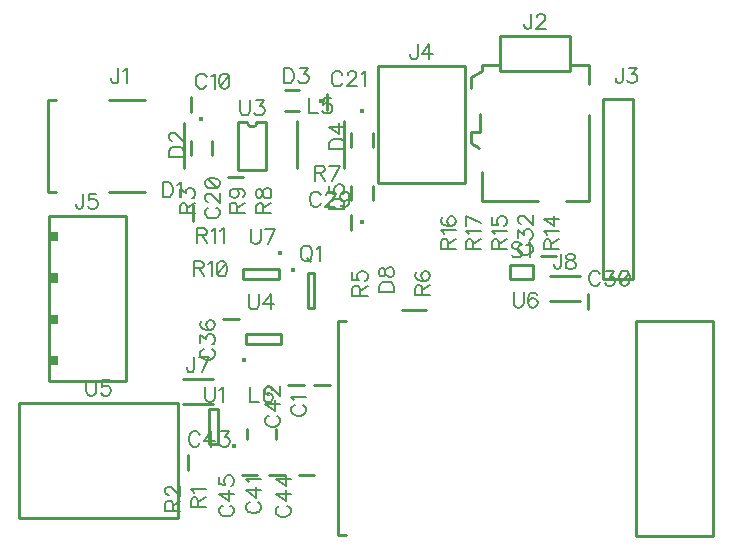
<source format=gbr>
G04 DipTrace 3.3.1.3*
G04 TopSilk.gbr*
%MOIN*%
G04 #@! TF.FileFunction,Legend,Top*
G04 #@! TF.Part,Single*
%ADD10C,0.009843*%
%ADD32C,0.015746*%
%ADD34C,0.015762*%
%ADD54C,0.015422*%
%ADD58C,0.015395*%
%ADD66C,0.015401*%
%ADD157C,0.00772*%
%FSLAX26Y26*%
G04*
G70*
G90*
G75*
G01*
G04 TopSilk*
%LPD*%
X1288547Y958997D2*
D10*
X1339689D1*
X879058Y1868445D2*
Y1919587D1*
X1001146Y1651911D2*
X1052287D1*
X1331814Y1876319D2*
Y1927461D1*
X1410596Y1525886D2*
Y1474744D1*
X2201892Y1210965D2*
Y1262106D1*
X2095594Y1388089D2*
X2044453D1*
X985398Y1179470D2*
X1036539D1*
X1138941Y659785D2*
X1190083D1*
X1201933Y958997D2*
X1253075D1*
X868089Y675417D2*
Y726559D1*
X1237366Y659785D2*
X1288508D1*
X1048390D2*
X1099531D1*
X882995Y1557382D2*
Y1506240D1*
X947973Y1771961D2*
Y1724729D1*
X877111Y1771961D2*
Y1724729D1*
D32*
X912542Y1844796D3*
X1239308Y1870397D2*
D10*
X1192075D1*
X1239308Y1941259D2*
X1192075D1*
D34*
X1312142Y1905828D3*
X1483406Y1799520D2*
D10*
Y1752288D1*
X1412544Y1799520D2*
Y1752288D1*
D32*
X1447975Y1872355D3*
X1412547Y1575125D2*
D10*
Y1622358D1*
X1483409Y1575125D2*
Y1622358D1*
D32*
X1447978Y1502291D3*
X1581839Y1207008D2*
D10*
X1660571D1*
X400722Y1602675D2*
Y1909766D1*
X426340D1*
X603489D2*
X725557D1*
X853508Y1831013D2*
Y1681428D1*
X725557Y1602675D2*
X603489D1*
X426340D2*
X400722D1*
X2142846Y2122362D2*
X1906650D1*
Y2004229D1*
X2142846D1*
Y2122362D1*
X2203866Y2023946D2*
X2140854D1*
X2203866Y1571187D2*
X2129075D1*
X1849571Y2004229D2*
Y2023946D1*
X1908598D1*
X2203866Y1960953D2*
Y2023946D1*
X1849571Y2004229D2*
X1810161Y1984568D1*
Y1949089D1*
X1837748Y1748358D2*
X1810161Y1764121D1*
Y1803498D1*
X1841689D1*
Y1862537D1*
X1849571Y1571187D2*
Y1669603D1*
X2203866Y1571187D2*
Y1858582D1*
X2034579Y1571187D2*
X1849571D1*
X2352309Y1912492D2*
X2252307D1*
Y1312547D1*
X2352309D1*
Y1912492D1*
X1501121Y2021182D2*
X1792465D1*
Y1631422D1*
X1501121D1*
Y2021182D1*
X404680Y1521953D2*
Y970803D1*
X660575Y970748D1*
Y1521953D1*
X404680Y1522008D1*
G36*
X433162Y1468811D2*
X401651D1*
Y1437279D1*
X433162D1*
Y1468811D1*
G37*
G36*
Y1331051D2*
X401651D1*
Y1299519D1*
X433162D1*
Y1331051D1*
G37*
G36*
Y1193292D2*
X401651D1*
Y1161704D1*
X433162D1*
Y1193292D1*
G37*
G36*
Y1055477D2*
X401651D1*
Y1023945D1*
X433162D1*
Y1055477D1*
G37*
X950732Y893819D2*
D10*
X850732D1*
X950732Y978071D2*
X850732D1*
X2073764Y1321969D2*
X2173764D1*
X2073764Y1237717D2*
X2173764D1*
X1388921Y1838897D2*
Y1681418D1*
X1231441Y1838897D2*
Y1681418D1*
X1064114Y811374D2*
Y779889D1*
X1162547Y811374D2*
Y779889D1*
D54*
X1216732Y1342188D3*
X1266874Y1332987D2*
D10*
Y1214882D1*
X1286559D1*
Y1332987D1*
X1266874D1*
X1940098Y1356969D2*
X2016870Y1357163D1*
X1940098Y1312717D2*
Y1357204D1*
Y1312912D2*
X2016870D1*
Y1312717D2*
Y1357204D1*
D58*
X1022838Y755090D3*
X968772Y760353D2*
D10*
Y878461D1*
X937282Y760353D2*
Y878461D1*
X968772D2*
X937282D1*
X968772Y760353D2*
X937282D1*
X1034590Y1833975D2*
X1066079D1*
X1034590D2*
Y1676497D1*
X1097591Y1833975D2*
X1129080D1*
X1034590Y1676497D2*
X1129080D1*
Y1833975D1*
X1066079D2*
G03X1097591Y1833975I15756J8D01*
G01*
D66*
X1054921Y1042745D3*
X1060183Y1096810D2*
D10*
X1178291D1*
X1060183Y1128301D2*
X1178291D1*
Y1096810D2*
Y1128301D1*
X1060183Y1096810D2*
Y1128301D1*
X304276Y515662D2*
X835772D1*
Y897542D1*
X304276D1*
Y515662D1*
X2618044Y1172584D2*
X2361794D1*
Y453875D1*
X2618044D1*
Y1172584D1*
X1393420D2*
X1368420D1*
X1368045Y535077D1*
X1368420Y460081D2*
X1393420D1*
X1368420D2*
Y553845D1*
D66*
X1175678Y1398830D3*
X1170415Y1344765D2*
D10*
X1052307D1*
X1170415Y1313274D2*
X1052307D1*
Y1344765D2*
Y1313274D1*
X1170415Y1344765D2*
Y1313274D1*
X1223306Y892339D2*
D157*
X1218553Y889963D1*
X1213744Y885154D1*
X1211368Y880401D1*
Y870840D1*
X1213744Y866031D1*
X1218553Y861278D1*
X1223306Y858846D1*
X1230491Y856470D1*
X1242484D1*
X1249614Y858846D1*
X1254422Y861278D1*
X1259176Y866031D1*
X1261608Y870840D1*
Y880401D1*
X1259176Y885154D1*
X1254423Y889963D1*
X1249614Y892339D1*
X1220984Y907779D2*
X1218553Y912587D1*
X1211423Y919772D1*
X1261608D1*
X929687Y1984828D2*
X927310Y1989581D1*
X922502Y1994390D1*
X917748Y1996766D1*
X908187D1*
X903378Y1994390D1*
X898625Y1989581D1*
X896193Y1984828D1*
X893817Y1977643D1*
Y1965650D1*
X896193Y1958520D1*
X898625Y1953711D1*
X903378Y1948958D1*
X908187Y1946526D1*
X917748D1*
X922502Y1948958D1*
X927310Y1953711D1*
X929687Y1958520D1*
X945126Y1987149D2*
X949934Y1989581D1*
X957119Y1996711D1*
Y1946526D1*
X986929Y1996711D2*
X979744Y1994335D1*
X974935Y1987149D1*
X972559Y1975211D1*
Y1968026D1*
X974935Y1956088D1*
X979744Y1948903D1*
X986929Y1946526D1*
X991682D1*
X998867Y1948903D1*
X1003620Y1956088D1*
X1006052Y1968026D1*
Y1975211D1*
X1003620Y1987149D1*
X998867Y1994335D1*
X991682Y1996711D1*
X986929D1*
X1003620Y1987149D2*
X974935Y1956088D1*
X935904Y1550037D2*
X931151Y1547660D1*
X926343Y1542852D1*
X923966Y1538098D1*
Y1528537D1*
X926343Y1523728D1*
X931151Y1518975D1*
X935904Y1516543D1*
X943089Y1514167D1*
X955083D1*
X962212Y1516543D1*
X967021Y1518975D1*
X971774Y1523728D1*
X974206Y1528537D1*
Y1538098D1*
X971774Y1542852D1*
X967021Y1547660D1*
X962212Y1550037D1*
X935959Y1567908D2*
X933583D1*
X928774Y1570284D1*
X926398Y1572661D1*
X924021Y1577469D1*
Y1587031D1*
X926398Y1591784D1*
X928774Y1594161D1*
X933583Y1596593D1*
X938336D1*
X943144Y1594161D1*
X950274Y1589407D1*
X974206Y1565476D1*
Y1598969D1*
X924021Y1628778D2*
X926398Y1621593D1*
X933583Y1616785D1*
X945521Y1614408D1*
X952706D1*
X964644Y1616785D1*
X971829Y1621593D1*
X974206Y1628778D1*
Y1633532D1*
X971829Y1640717D1*
X964644Y1645470D1*
X952706Y1647902D1*
X945521D1*
X933583Y1645470D1*
X926398Y1640717D1*
X924021Y1633532D1*
Y1628778D1*
X933583Y1645470D2*
X964644Y1616785D1*
X1382443Y1992702D2*
X1380066Y1997455D1*
X1375258Y2002264D1*
X1370504Y2004640D1*
X1360943D1*
X1356134Y2002264D1*
X1351381Y1997455D1*
X1348949Y1992702D1*
X1346573Y1985517D1*
Y1973524D1*
X1348949Y1966394D1*
X1351381Y1961585D1*
X1356134Y1956832D1*
X1360943Y1954400D1*
X1370504D1*
X1375258Y1956832D1*
X1380066Y1961585D1*
X1382443Y1966394D1*
X1400314Y1992647D2*
Y1995024D1*
X1402690Y1999832D1*
X1405067Y2002209D1*
X1409875Y2004585D1*
X1419437D1*
X1424190Y2002209D1*
X1426567Y1999832D1*
X1428999Y1995024D1*
Y1990270D1*
X1426567Y1985462D1*
X1421814Y1978332D1*
X1397882Y1954400D1*
X1431375D1*
X1446814Y1995024D2*
X1451623Y1997455D1*
X1458808Y2004585D1*
Y1954400D1*
X1309910Y1591127D2*
X1307533Y1595881D1*
X1302725Y1600689D1*
X1297972Y1603066D1*
X1288410D1*
X1283602Y1600689D1*
X1278848Y1595881D1*
X1276416Y1591127D1*
X1274040Y1583942D1*
Y1571949D1*
X1276416Y1564819D1*
X1278848Y1560011D1*
X1283602Y1555257D1*
X1288410Y1552826D1*
X1297972D1*
X1302725Y1555257D1*
X1307533Y1560011D1*
X1309910Y1564819D1*
X1327781Y1591072D2*
Y1593449D1*
X1330158Y1598257D1*
X1332534Y1600634D1*
X1337343Y1603010D1*
X1346904D1*
X1351657Y1600634D1*
X1354034Y1598257D1*
X1356466Y1593449D1*
Y1588696D1*
X1354034Y1583887D1*
X1349281Y1576757D1*
X1325349Y1552826D1*
X1358842D1*
X1405398Y1586319D2*
X1402967Y1579134D1*
X1398213Y1574325D1*
X1391028Y1571949D1*
X1388652D1*
X1381467Y1574325D1*
X1376714Y1579134D1*
X1374282Y1586319D1*
Y1588696D1*
X1376714Y1595881D1*
X1381467Y1600634D1*
X1388652Y1603010D1*
X1391028D1*
X1398213Y1600634D1*
X1402967Y1595881D1*
X1405398Y1586319D1*
Y1574325D1*
X1402967Y1562387D1*
X1398213Y1555202D1*
X1391028Y1552826D1*
X1386275D1*
X1379090Y1555202D1*
X1376714Y1560011D1*
X2241771Y1327348D2*
X2239395Y1332101D1*
X2234586Y1336909D1*
X2229833Y1339286D1*
X2220272D1*
X2215463Y1336909D1*
X2210710Y1332101D1*
X2208278Y1327348D1*
X2205901Y1320163D1*
Y1308169D1*
X2208278Y1301040D1*
X2210710Y1296231D1*
X2215463Y1291478D1*
X2220272Y1289046D1*
X2229833D1*
X2234586Y1291478D1*
X2239395Y1296231D1*
X2241771Y1301040D1*
X2262019Y1339231D2*
X2288272D1*
X2273957Y1320108D1*
X2281142D1*
X2285896Y1317731D1*
X2288272Y1315354D1*
X2290704Y1308169D1*
Y1303416D1*
X2288272Y1296231D1*
X2283519Y1291423D1*
X2276334Y1289046D1*
X2269149D1*
X2262019Y1291423D1*
X2259643Y1293855D1*
X2257211Y1298608D1*
X2320513Y1339231D2*
X2313328Y1336854D1*
X2308520Y1329669D1*
X2306143Y1317731D1*
Y1310546D1*
X2308520Y1298608D1*
X2313328Y1291423D1*
X2320513Y1289046D1*
X2325266D1*
X2332452Y1291423D1*
X2337205Y1298608D1*
X2339637Y1310546D1*
Y1317731D1*
X2337205Y1329669D1*
X2332452Y1336854D1*
X2325266Y1339231D1*
X2320513D1*
X2337205Y1329669D2*
X2308520Y1298608D1*
X1979211Y1427968D2*
X1974458Y1425592D1*
X1969650Y1420783D1*
X1967273Y1416030D1*
Y1406469D1*
X1969650Y1401660D1*
X1974458Y1396907D1*
X1979211Y1394475D1*
X1986396Y1392098D1*
X1998390D1*
X2005520Y1394475D1*
X2010328Y1396907D1*
X2015081Y1401660D1*
X2017513Y1406468D1*
Y1416030D1*
X2015081Y1420783D1*
X2010328Y1425592D1*
X2005520Y1427968D1*
X1967328Y1448216D2*
Y1474469D1*
X1986452Y1460154D1*
Y1467339D1*
X1988828Y1472092D1*
X1991205Y1474469D1*
X1998390Y1476901D1*
X2003143D1*
X2010328Y1474469D1*
X2015136Y1469716D1*
X2017513Y1462531D1*
Y1455346D1*
X2015136Y1448216D1*
X2012705Y1445839D1*
X2007951Y1443408D1*
X1979267Y1494772D2*
X1976890D1*
X1972081Y1497149D1*
X1969705Y1499525D1*
X1967328Y1504334D1*
Y1513895D1*
X1969705Y1518648D1*
X1972081Y1521025D1*
X1976890Y1523457D1*
X1981643D1*
X1986452Y1521025D1*
X1993581Y1516272D1*
X2017513Y1492340D1*
Y1525833D1*
X920156Y1078812D2*
X915403Y1076435D1*
X910595Y1071627D1*
X908218Y1066873D1*
Y1057312D1*
X910594Y1052503D1*
X915403Y1047750D1*
X920156Y1045318D1*
X927341Y1042942D1*
X939335D1*
X946464Y1045318D1*
X951273Y1047750D1*
X956026Y1052503D1*
X958458Y1057312D1*
Y1066873D1*
X956026Y1071626D1*
X951273Y1076435D1*
X946464Y1078812D1*
X908273Y1099059D2*
Y1125312D1*
X927396Y1110997D1*
Y1118182D1*
X929773Y1122936D1*
X932150Y1125312D1*
X939335Y1127744D1*
X944088D1*
X951273Y1125312D1*
X956081Y1120559D1*
X958458Y1113374D1*
Y1106189D1*
X956081Y1099059D1*
X953649Y1096683D1*
X948896Y1094251D1*
X915403Y1171868D2*
X910650Y1169492D1*
X908273Y1162307D1*
Y1157553D1*
X910650Y1150368D1*
X917835Y1145560D1*
X929773Y1143183D1*
X941711D1*
X951273Y1145560D1*
X956081Y1150368D1*
X958458Y1157553D1*
Y1159930D1*
X956081Y1167060D1*
X951273Y1171868D1*
X944088Y1174245D1*
X941711D1*
X934526Y1171868D1*
X929773Y1167060D1*
X927396Y1159930D1*
Y1157553D1*
X929773Y1150368D1*
X934526Y1145560D1*
X941711Y1143183D1*
X1073699Y567472D2*
X1068946Y565096D1*
X1064138Y560287D1*
X1061761Y555534D1*
Y545972D1*
X1064138Y541164D1*
X1068946Y536411D1*
X1073699Y533979D1*
X1080884Y531602D1*
X1092878D1*
X1100008Y533979D1*
X1104816Y536411D1*
X1109569Y541164D1*
X1112001Y545972D1*
Y555534D1*
X1109569Y560287D1*
X1104816Y565096D1*
X1100008Y567472D1*
X1112001Y606843D2*
X1061817D1*
X1095255Y582911D1*
Y618781D1*
X1071378Y634221D2*
X1068946Y639029D1*
X1061817Y646214D1*
X1112001D1*
X1136692Y855935D2*
X1131938Y853558D1*
X1127130Y848750D1*
X1124753Y843997D1*
Y834435D1*
X1127130Y829627D1*
X1131938Y824873D1*
X1136692Y822442D1*
X1143877Y820065D1*
X1155870D1*
X1163000Y822442D1*
X1167808Y824873D1*
X1172561Y829627D1*
X1174993Y834435D1*
Y843997D1*
X1172562Y848750D1*
X1167808Y853558D1*
X1163000Y855935D1*
X1174993Y895306D2*
X1124809D1*
X1158247Y871374D1*
Y907244D1*
X1136747Y925115D2*
X1134370D1*
X1129562Y927492D1*
X1127185Y929868D1*
X1124809Y934677D1*
Y944238D1*
X1127185Y948992D1*
X1129562Y951368D1*
X1134370Y953800D1*
X1139123D1*
X1143932Y951368D1*
X1151062Y946615D1*
X1174993Y922683D1*
Y956177D1*
X906780Y791801D2*
X904403Y796554D1*
X899595Y801362D1*
X894842Y803739D1*
X885280D1*
X880472Y801362D1*
X875718Y796554D1*
X873287Y791801D1*
X870910Y784616D1*
Y772622D1*
X873287Y765492D1*
X875718Y760684D1*
X880472Y755931D1*
X885280Y753499D1*
X894842D1*
X899595Y755931D1*
X904403Y760684D1*
X906780Y765492D1*
X946151Y753499D2*
Y803684D1*
X922219Y770245D1*
X958089D1*
X978337Y803684D2*
X1004590D1*
X990275Y784560D1*
X997460D1*
X1002213Y782184D1*
X1004590Y779807D1*
X1007022Y772622D1*
Y767869D1*
X1004590Y760684D1*
X999837Y755875D1*
X992652Y753499D1*
X985467D1*
X978337Y755875D1*
X975960Y758307D1*
X973528Y763060D1*
X1172125Y555534D2*
X1167371Y553157D1*
X1162563Y548349D1*
X1160186Y543596D1*
Y534034D1*
X1162563Y529226D1*
X1167371Y524473D1*
X1172125Y522041D1*
X1179310Y519664D1*
X1191303D1*
X1198433Y522041D1*
X1203241Y524473D1*
X1207995Y529226D1*
X1210426Y534034D1*
Y543596D1*
X1207995Y548349D1*
X1203241Y553157D1*
X1198433Y555534D1*
X1210426Y594905D2*
X1160242D1*
X1193680Y570973D1*
Y606843D1*
X1210426Y646214D2*
X1160242D1*
X1193680Y622282D1*
Y658152D1*
X983148Y556722D2*
X978395Y554346D1*
X973587Y549537D1*
X971210Y544784D1*
Y535222D1*
X973587Y530414D1*
X978395Y525661D1*
X983148Y523229D1*
X990333Y520852D1*
X1002327D1*
X1009457Y523229D1*
X1014265Y525661D1*
X1019018Y530414D1*
X1021450Y535222D1*
Y544784D1*
X1019018Y549537D1*
X1014265Y554346D1*
X1009457Y556722D1*
X1021450Y596093D2*
X971265D1*
X1004703Y572162D1*
Y608031D1*
X971265Y652156D2*
Y628279D1*
X992765Y625903D1*
X990389Y628279D1*
X987957Y635464D1*
Y642594D1*
X990389Y649779D1*
X995142Y654587D1*
X1002327Y656964D1*
X1007080D1*
X1014265Y654587D1*
X1019073Y649779D1*
X1021450Y642594D1*
Y635464D1*
X1019073Y628279D1*
X1016642Y625903D1*
X1011888Y623471D1*
X783645Y1634562D2*
Y1584322D1*
X800391D1*
X807576Y1586754D1*
X812385Y1591507D1*
X814761Y1596315D1*
X817138Y1603445D1*
Y1615438D1*
X814761Y1622623D1*
X812385Y1627377D1*
X807576Y1632185D1*
X800391Y1634562D1*
X783645D1*
X832577Y1624945D2*
X837386Y1627377D1*
X844571Y1634506D1*
Y1584322D1*
X803888Y1719929D2*
X854128D1*
Y1736676D1*
X851696Y1743861D1*
X846943Y1748669D1*
X842134Y1751046D1*
X835005Y1753422D1*
X823011D1*
X815826Y1751046D1*
X811073Y1748669D1*
X806264Y1743861D1*
X803888Y1736676D1*
Y1719929D1*
X815881Y1771293D2*
X813505D1*
X808696Y1773670D1*
X806320Y1776046D1*
X803943Y1780855D1*
Y1790417D1*
X806320Y1795170D1*
X808696Y1797546D1*
X813505Y1799978D1*
X818258D1*
X823066Y1797546D1*
X830196Y1792793D1*
X854128Y1768861D1*
Y1802355D1*
X1187275Y2014482D2*
Y1964242D1*
X1204022D1*
X1211207Y1966674D1*
X1216015Y1971427D1*
X1218392Y1976236D1*
X1220769Y1983366D1*
Y1995359D1*
X1218392Y2002544D1*
X1216015Y2007297D1*
X1211207Y2012106D1*
X1204022Y2014482D1*
X1187275D1*
X1241016Y2014427D2*
X1267269D1*
X1252954Y1995304D1*
X1260140D1*
X1264893Y1992927D1*
X1267269Y1990551D1*
X1269701Y1983366D1*
Y1978612D1*
X1267269Y1971427D1*
X1262516Y1966619D1*
X1255331Y1964242D1*
X1248146D1*
X1241016Y1966619D1*
X1238640Y1969051D1*
X1236208Y1973804D1*
X1339321Y1746300D2*
X1389561D1*
Y1763046D1*
X1387129Y1770231D1*
X1382376Y1775040D1*
X1377567Y1777416D1*
X1370438Y1779793D1*
X1358444D1*
X1351259Y1777416D1*
X1346506Y1775040D1*
X1341698Y1770231D1*
X1339321Y1763046D1*
Y1746300D1*
X1389561Y1819164D2*
X1339376D1*
X1372814Y1795232D1*
Y1831102D1*
X1339324Y1544732D2*
X1389564D1*
Y1561479D1*
X1387132Y1568664D1*
X1382379Y1573472D1*
X1377570Y1575849D1*
X1370440Y1578225D1*
X1358447D1*
X1351262Y1575849D1*
X1346509Y1573472D1*
X1341700Y1568664D1*
X1339324Y1561479D1*
Y1544732D1*
X1339379Y1622349D2*
Y1598473D1*
X1360879Y1596096D1*
X1358502Y1598473D1*
X1356070Y1605658D1*
Y1612788D1*
X1358502Y1619973D1*
X1363255Y1624781D1*
X1370440Y1627158D1*
X1375193D1*
X1382379Y1624781D1*
X1387187Y1619973D1*
X1389564Y1612788D1*
Y1605658D1*
X1387187Y1598473D1*
X1384755Y1596096D1*
X1380002Y1593665D1*
X1504675Y1269169D2*
X1554915D1*
Y1285916D1*
X1552483Y1293101D1*
X1547730Y1297909D1*
X1542921Y1300286D1*
X1535791Y1302662D1*
X1523798D1*
X1516613Y1300286D1*
X1511860Y1297909D1*
X1507051Y1293101D1*
X1504675Y1285916D1*
Y1269169D1*
X1504730Y1330040D2*
X1507106Y1322910D1*
X1511860Y1320478D1*
X1516668D1*
X1521421Y1322910D1*
X1523853Y1327663D1*
X1526230Y1337225D1*
X1528606Y1344410D1*
X1533415Y1349163D1*
X1538168Y1351540D1*
X1545353D1*
X1550106Y1349163D1*
X1552538Y1346786D1*
X1554915Y1339601D1*
Y1330040D1*
X1552538Y1322910D1*
X1550106Y1320478D1*
X1545353Y1318102D1*
X1538168D1*
X1533415Y1320478D1*
X1528606Y1325287D1*
X1526230Y1332416D1*
X1523853Y1341978D1*
X1521421Y1346787D1*
X1516668Y1349163D1*
X1511860D1*
X1507106Y1346787D1*
X1504730Y1339602D1*
Y1330040D1*
X636181Y2014483D2*
Y1976236D1*
X633805Y1969051D1*
X631373Y1966675D1*
X626620Y1964243D1*
X621811D1*
X617058Y1966675D1*
X614681Y1969051D1*
X612250Y1976236D1*
Y1980990D1*
X651620Y2004866D2*
X656429Y2007298D1*
X663614Y2014428D1*
Y1964243D1*
X2012248Y2195585D2*
Y2157339D1*
X2009871Y2150154D1*
X2007439Y2147777D1*
X2002686Y2145345D1*
X1997878D1*
X1993124Y2147777D1*
X1990748Y2150154D1*
X1988316Y2157339D1*
Y2162092D1*
X2030119Y2183592D2*
Y2185968D1*
X2032495Y2190777D1*
X2034872Y2193153D1*
X2039680Y2195530D1*
X2049242D1*
X2053995Y2193153D1*
X2056372Y2190777D1*
X2058804Y2185968D1*
Y2181215D1*
X2056372Y2176407D1*
X2051619Y2169277D1*
X2027687Y2145345D1*
X2061180D1*
X2317267Y2014877D2*
Y1976630D1*
X2314891Y1969445D1*
X2312459Y1967068D1*
X2307706Y1964637D1*
X2302897D1*
X2298144Y1967068D1*
X2295767Y1969445D1*
X2293336Y1976630D1*
Y1981383D1*
X2337515Y2014821D2*
X2363768D1*
X2349453Y1995698D1*
X2356638D1*
X2361391Y1993322D1*
X2363768Y1990945D1*
X2366200Y1983760D1*
Y1979007D1*
X2363768Y1971822D1*
X2359015Y1967013D1*
X2351830Y1964637D1*
X2344645D1*
X2337515Y1967013D1*
X2335138Y1969445D1*
X2332707Y1974198D1*
X1633104Y2094405D2*
Y2056158D1*
X1630727Y2048973D1*
X1628295Y2046597D1*
X1623542Y2044165D1*
X1618734D1*
X1613981Y2046597D1*
X1611604Y2048973D1*
X1609172Y2056158D1*
Y2060911D1*
X1672475Y2044165D2*
Y2094350D1*
X1648543Y2060911D1*
X1684413D1*
X518612Y1595231D2*
Y1556984D1*
X516236Y1549799D1*
X513804Y1547423D1*
X509051Y1544991D1*
X504242D1*
X499489Y1547423D1*
X497113Y1549799D1*
X494681Y1556984D1*
Y1561738D1*
X562737Y1595176D2*
X538860D1*
X536484Y1573676D1*
X538860Y1576052D1*
X546045Y1578484D1*
X553175D1*
X560360Y1576052D1*
X565168Y1571299D1*
X567545Y1564114D1*
Y1559361D1*
X565168Y1552176D1*
X560360Y1547368D1*
X553175Y1544991D1*
X546045D1*
X538860Y1547368D1*
X536484Y1549799D1*
X534052Y1554553D1*
X888232Y1051294D2*
Y1013047D1*
X885855Y1005862D1*
X883423Y1003486D1*
X878670Y1001054D1*
X873862D1*
X869109Y1003486D1*
X866732Y1005862D1*
X864300Y1013047D1*
Y1017801D1*
X913233Y1001054D2*
X937164Y1051239D1*
X903671D1*
X2111291Y1395192D2*
Y1356945D1*
X2108914Y1349760D1*
X2106483Y1347383D1*
X2101729Y1344952D1*
X2096921D1*
X2092168Y1347383D1*
X2089791Y1349760D1*
X2087359Y1356945D1*
Y1361698D1*
X2138668Y1395136D2*
X2131539Y1392760D1*
X2129107Y1388007D1*
Y1383198D1*
X2131539Y1378445D1*
X2136292Y1376013D1*
X2145853Y1373636D1*
X2153039Y1371260D1*
X2157792Y1366451D1*
X2160168Y1361698D1*
Y1354513D1*
X2157792Y1349760D1*
X2155415Y1347328D1*
X2148230Y1344952D1*
X2138668D1*
X2131539Y1347328D1*
X2129107Y1349760D1*
X2126730Y1354513D1*
Y1361698D1*
X2129107Y1366451D1*
X2133915Y1371260D1*
X2141045Y1373636D1*
X2150607Y1376013D1*
X2155415Y1378445D1*
X2157792Y1383198D1*
Y1388007D1*
X2155415Y1392760D1*
X2148230Y1395136D1*
X2138668D1*
X1271372Y1914089D2*
Y1863849D1*
X1300057D1*
X1344181Y1914034D2*
X1320305D1*
X1317928Y1892534D1*
X1320305Y1894911D1*
X1327490Y1897343D1*
X1334620D1*
X1341805Y1894911D1*
X1346613Y1890158D1*
X1348990Y1882972D1*
Y1878219D1*
X1346613Y1871034D1*
X1341805Y1866226D1*
X1334620Y1863849D1*
X1327490D1*
X1320305Y1866226D1*
X1317928Y1868658D1*
X1315497Y1873411D1*
X1075738Y950507D2*
Y900267D1*
X1104423D1*
X1148547Y943322D2*
X1146170Y948075D1*
X1138985Y950451D1*
X1134232D1*
X1127047Y948075D1*
X1122239Y940890D1*
X1119862Y928951D1*
Y917013D1*
X1122239Y907452D1*
X1127047Y902643D1*
X1134232Y900267D1*
X1136609D1*
X1143738Y902643D1*
X1148547Y907452D1*
X1150924Y914637D1*
Y917013D1*
X1148547Y924198D1*
X1143738Y928951D1*
X1136609Y931328D1*
X1134232D1*
X1127047Y928951D1*
X1122239Y924198D1*
X1119862Y917013D1*
X1257344Y1423113D2*
X1252591Y1420792D1*
X1247782Y1415983D1*
X1245406Y1411175D1*
X1242974Y1403990D1*
Y1392051D1*
X1245406Y1384866D1*
X1247782Y1380113D1*
X1252591Y1375305D1*
X1257344Y1372928D1*
X1266906D1*
X1271714Y1375305D1*
X1276467Y1380113D1*
X1278844Y1384866D1*
X1281276Y1392051D1*
Y1403990D1*
X1278844Y1411175D1*
X1276467Y1415983D1*
X1271714Y1420792D1*
X1266906Y1423113D1*
X1257344D1*
X1264529Y1382490D2*
X1278844Y1368120D1*
X1296715Y1413496D2*
X1301523Y1415928D1*
X1308708Y1423058D1*
Y1372873D1*
X901705Y550561D2*
Y572061D1*
X899273Y579246D1*
X896896Y581677D1*
X892143Y584054D1*
X887335D1*
X882581Y581677D1*
X880150Y579246D1*
X877773Y572061D1*
Y550561D1*
X928013D1*
X901705Y567307D2*
X928013Y584054D1*
X887390Y599493D2*
X884958Y604302D1*
X877828Y611487D1*
X928013D1*
X816509Y539811D2*
Y561311D1*
X814077Y568496D1*
X811701Y570928D1*
X806948Y573304D1*
X802139D1*
X797386Y570928D1*
X794954Y568496D1*
X792577Y561311D1*
Y539811D1*
X842817D1*
X816509Y556557D2*
X842818Y573304D1*
X804571Y591175D2*
X802194D1*
X797386Y593552D1*
X795009Y595928D1*
X792633Y600737D1*
Y610298D1*
X795009Y615052D1*
X797386Y617428D1*
X802194Y619860D1*
X806948D1*
X811756Y617428D1*
X818886Y612675D1*
X842817Y588743D1*
Y622237D1*
X865220Y1531937D2*
Y1553437D1*
X862789Y1560622D1*
X860412Y1563053D1*
X855659Y1565430D1*
X850850D1*
X846097Y1563053D1*
X843665Y1560622D1*
X841289Y1553437D1*
Y1531937D1*
X891529D1*
X865220Y1548683D2*
X891529Y1565430D1*
X841344Y1585678D2*
Y1611931D1*
X860467Y1597616D1*
Y1604801D1*
X862844Y1609554D1*
X865220Y1611931D1*
X872406Y1614363D1*
X877159D1*
X884344Y1611931D1*
X889152Y1607178D1*
X891529Y1599992D1*
Y1592807D1*
X889152Y1585678D1*
X886720Y1583301D1*
X881967Y1580869D1*
X1440024Y1256346D2*
Y1277846D1*
X1437592Y1285031D1*
X1435215Y1287463D1*
X1430462Y1289840D1*
X1425654D1*
X1420900Y1287463D1*
X1418469Y1285031D1*
X1416092Y1277846D1*
Y1256346D1*
X1466332D1*
X1440024Y1273093D2*
X1466332Y1289839D1*
X1416147Y1333964D2*
Y1310087D1*
X1437647Y1307711D1*
X1435270Y1310087D1*
X1432839Y1317272D1*
Y1324402D1*
X1435270Y1331587D1*
X1440024Y1336395D1*
X1447209Y1338772D1*
X1451962D1*
X1459147Y1336395D1*
X1463955Y1331587D1*
X1466332Y1324402D1*
Y1317272D1*
X1463955Y1310087D1*
X1461523Y1307711D1*
X1456770Y1305279D1*
X1648685Y1257562D2*
Y1279062D1*
X1646253Y1286247D1*
X1643877Y1288679D1*
X1639123Y1291055D1*
X1634315D1*
X1629562Y1288679D1*
X1627130Y1286247D1*
X1624753Y1279062D1*
Y1257562D1*
X1674993D1*
X1648685Y1274309D2*
X1674993Y1291055D1*
X1631938Y1335180D2*
X1627185Y1332803D1*
X1624809Y1325618D1*
Y1320865D1*
X1627185Y1313680D1*
X1634370Y1308871D1*
X1646308Y1306495D1*
X1658247D1*
X1667808Y1308871D1*
X1672617Y1313680D1*
X1674993Y1320865D1*
Y1323241D1*
X1672617Y1330371D1*
X1667808Y1335180D1*
X1660623Y1337556D1*
X1658247D1*
X1651062Y1335180D1*
X1646308Y1330371D1*
X1643932Y1323241D1*
Y1320865D1*
X1646308Y1313680D1*
X1651062Y1308871D1*
X1658247Y1306495D1*
X1290622Y1665748D2*
X1312122D1*
X1319307Y1668180D1*
X1321738Y1670557D1*
X1324115Y1675310D1*
Y1680118D1*
X1321738Y1684871D1*
X1319307Y1687303D1*
X1312122Y1689680D1*
X1290622D1*
Y1639440D1*
X1307368Y1665748D2*
X1324115Y1639440D1*
X1349116D2*
X1373048Y1689624D1*
X1339554D1*
X1119157Y1531964D2*
X1119158Y1553464D1*
X1116726Y1560649D1*
X1114349Y1563081D1*
X1109596Y1565458D1*
X1104787D1*
X1100034Y1563081D1*
X1097602Y1560649D1*
X1095226Y1553464D1*
Y1531964D1*
X1145466D1*
X1119157Y1548711D2*
X1145466Y1565458D1*
X1095281Y1592835D2*
X1097658Y1585705D1*
X1102411Y1583274D1*
X1107219D1*
X1111972Y1585705D1*
X1114404Y1590459D1*
X1116781Y1600020D1*
X1119158Y1607205D1*
X1123966Y1611958D1*
X1128719Y1614335D1*
X1135904D1*
X1140657Y1611958D1*
X1143089Y1609582D1*
X1145466Y1602397D1*
Y1592835D1*
X1143089Y1585705D1*
X1140657Y1583273D1*
X1135904Y1580897D1*
X1128719D1*
X1123966Y1583274D1*
X1119158Y1588082D1*
X1116781Y1595212D1*
X1114404Y1604773D1*
X1111972Y1609582D1*
X1107219Y1611958D1*
X1102411D1*
X1097658Y1609582D1*
X1095281Y1602397D1*
Y1592835D1*
X1030575Y1533125D2*
Y1554625D1*
X1028143Y1561810D1*
X1025766Y1564242D1*
X1021013Y1566618D1*
X1016205D1*
X1011452Y1564242D1*
X1009020Y1561810D1*
X1006643Y1554625D1*
Y1533125D1*
X1056883D1*
X1030575Y1549872D2*
X1056883Y1566618D1*
X1023390Y1613174D2*
X1030575Y1610742D1*
X1035383Y1605989D1*
X1037760Y1598804D1*
Y1596428D1*
X1035383Y1589243D1*
X1030575Y1584489D1*
X1023390Y1582058D1*
X1021013D1*
X1013828Y1584489D1*
X1009075Y1589243D1*
X1006698Y1596428D1*
Y1598804D1*
X1009075Y1605989D1*
X1013828Y1610742D1*
X1023390Y1613174D1*
X1035383D1*
X1047321Y1610742D1*
X1054507Y1605989D1*
X1056883Y1598804D1*
Y1594051D1*
X1054507Y1586866D1*
X1049698Y1584489D1*
X887142Y1346850D2*
X908641D1*
X915826Y1349282D1*
X918258Y1351659D1*
X920635Y1356412D1*
Y1361221D1*
X918258Y1365974D1*
X915826Y1368406D1*
X908641Y1370782D1*
X887142D1*
Y1320542D1*
X903888Y1346850D2*
X920635Y1320542D1*
X936074Y1361165D2*
X940883Y1363597D1*
X948068Y1370727D1*
Y1320542D1*
X977877Y1370727D2*
X970692Y1368350D1*
X965883Y1361165D1*
X963507Y1349227D1*
Y1342042D1*
X965883Y1330104D1*
X970692Y1322919D1*
X977877Y1320542D1*
X982630D1*
X989815Y1322919D1*
X994568Y1330104D1*
X997000Y1342042D1*
Y1349227D1*
X994568Y1361165D1*
X989815Y1368350D1*
X982630Y1370727D1*
X977877D1*
X994568Y1361165D2*
X965883Y1330104D1*
X897891Y1457087D2*
X919391D1*
X926576Y1459519D1*
X929008Y1461895D1*
X931385Y1466648D1*
Y1471457D1*
X929008Y1476210D1*
X926576Y1478642D1*
X919391Y1481018D1*
X897891D1*
Y1430778D1*
X914638Y1457087D2*
X931385Y1430778D1*
X946824Y1471401D2*
X951632Y1473833D1*
X958818Y1480963D1*
Y1430778D1*
X974257Y1471401D2*
X979065Y1473833D1*
X986250Y1480963D1*
Y1430778D1*
X2077819Y1410733D2*
Y1432233D1*
X2075387Y1439418D1*
X2073010Y1441850D1*
X2068257Y1444226D1*
X2063449D1*
X2058696Y1441850D1*
X2056264Y1439418D1*
X2053887Y1432233D1*
Y1410733D1*
X2104127D1*
X2077819Y1427480D2*
X2104127Y1444226D1*
X2063504Y1459665D2*
X2061072Y1464474D1*
X2053942Y1471659D1*
X2104127D1*
Y1511030D2*
X2053942D1*
X2087381Y1487098D1*
Y1522968D1*
X1904591Y1411921D2*
Y1433421D1*
X1902159Y1440606D1*
X1899782Y1443038D1*
X1895029Y1445414D1*
X1890220Y1445415D1*
X1885467Y1443038D1*
X1883035Y1440606D1*
X1880659Y1433421D1*
Y1411921D1*
X1930899D1*
X1904591Y1428668D2*
X1930899Y1445414D1*
X1890276Y1460854D2*
X1887844Y1465662D1*
X1880714Y1472847D1*
X1930899D1*
X1880714Y1516971D2*
Y1493095D1*
X1902214Y1490718D1*
X1899837Y1493095D1*
X1897406Y1500280D1*
Y1507410D1*
X1899837Y1514595D1*
X1904591Y1519403D1*
X1911776Y1521780D1*
X1916529D1*
X1923714Y1519403D1*
X1928522Y1514595D1*
X1930899Y1507410D1*
Y1500280D1*
X1928522Y1493095D1*
X1926090Y1490718D1*
X1921337Y1488286D1*
X1735299Y1413137D2*
Y1434637D1*
X1732867Y1441822D1*
X1730491Y1444254D1*
X1725738Y1446630D1*
X1720929D1*
X1716176Y1444254D1*
X1713744Y1441822D1*
X1711368Y1434637D1*
X1711367Y1413137D1*
X1761607D1*
X1735299Y1429884D2*
X1761608Y1446630D1*
X1720984Y1462070D2*
X1718553Y1466878D1*
X1711423Y1474063D1*
X1761608D1*
X1718553Y1518187D2*
X1713799Y1515811D1*
X1711423Y1508626D1*
Y1503872D1*
X1713799Y1496687D1*
X1720984Y1491879D1*
X1732923Y1489502D1*
X1744861D1*
X1754422Y1491879D1*
X1759231Y1496687D1*
X1761608Y1503872D1*
Y1506249D1*
X1759231Y1513379D1*
X1754422Y1518187D1*
X1747237Y1520564D1*
X1744861D1*
X1737676Y1518187D1*
X1732923Y1513379D1*
X1730546Y1506249D1*
Y1503872D1*
X1732923Y1496687D1*
X1737676Y1491879D1*
X1744861Y1489502D1*
X1817976Y1411921D2*
Y1433421D1*
X1815545Y1440606D1*
X1813168Y1443038D1*
X1808415Y1445414D1*
X1803606Y1445415D1*
X1798853Y1443038D1*
X1796421Y1440606D1*
X1794045Y1433421D1*
Y1411921D1*
X1844285D1*
X1817976Y1428668D2*
X1844285Y1445414D1*
X1803662Y1460854D2*
X1801230Y1465662D1*
X1794100Y1472847D1*
X1844285D1*
Y1497848D2*
X1794100Y1521780D1*
Y1488286D1*
X1980534Y1426589D2*
X1975781Y1431398D1*
X1968596Y1433774D1*
X1959034D1*
X1951849Y1431398D1*
X1947041Y1426589D1*
Y1421836D1*
X1949473Y1417028D1*
X1951849Y1414651D1*
X1956603Y1412274D1*
X1970973Y1407466D1*
X1975781Y1405089D1*
X1978158Y1402658D1*
X1980534Y1397904D1*
Y1390719D1*
X1975781Y1385966D1*
X1968596Y1383534D1*
X1959034D1*
X1951849Y1385966D1*
X1947041Y1390719D1*
X1995973Y1424157D2*
X2000782Y1426589D1*
X2007967Y1433719D1*
Y1383534D1*
X923935Y951684D2*
Y915814D1*
X926311Y908629D1*
X931120Y903876D1*
X938305Y901444D1*
X943058D1*
X950243Y903876D1*
X955051Y908629D1*
X957428Y915814D1*
Y951684D1*
X972867Y942067D2*
X977676Y944499D1*
X984861Y951628D1*
Y901444D1*
X1040622Y1907198D2*
Y1871328D1*
X1042998Y1864143D1*
X1047807Y1859390D1*
X1054992Y1856958D1*
X1059745D1*
X1066930Y1859390D1*
X1071738Y1864143D1*
X1074115Y1871328D1*
Y1907198D1*
X1094363Y1907143D2*
X1120616D1*
X1106301Y1888020D1*
X1113486D1*
X1118239Y1885643D1*
X1120616Y1883266D1*
X1123048Y1876081D1*
Y1871328D1*
X1120616Y1864143D1*
X1115863Y1859335D1*
X1108678Y1856958D1*
X1101492D1*
X1094363Y1859335D1*
X1091986Y1861767D1*
X1089554Y1866520D1*
X1070355Y1260546D2*
Y1224676D1*
X1072731Y1217491D1*
X1077540Y1212738D1*
X1084725Y1210306D1*
X1089478D1*
X1096663Y1212738D1*
X1101471Y1217491D1*
X1103848Y1224676D1*
Y1260546D1*
X1143219Y1210306D2*
Y1260491D1*
X1119287Y1227053D1*
X1155157D1*
X528811Y973577D2*
Y937707D1*
X531187Y930522D1*
X535996Y925769D1*
X543181Y923337D1*
X547934D1*
X555119Y925769D1*
X559927Y930522D1*
X562304Y937707D1*
Y973577D1*
X606428Y973522D2*
X582552D1*
X580175Y952022D1*
X582552Y954399D1*
X589737Y956831D1*
X596867D1*
X604052Y954399D1*
X608860Y949646D1*
X611237Y942461D1*
Y937707D1*
X608860Y930522D1*
X604052Y925714D1*
X596867Y923337D1*
X589737D1*
X582552Y925714D1*
X580175Y928146D1*
X577743Y932899D1*
X1953048Y1266845D2*
Y1230975D1*
X1955424Y1223790D1*
X1960233Y1219037D1*
X1967418Y1216605D1*
X1972171D1*
X1979356Y1219037D1*
X1984164Y1223790D1*
X1986541Y1230975D1*
Y1266845D1*
X2030665Y1259660D2*
X2028288Y1264413D1*
X2021103Y1266790D1*
X2016350D1*
X2009165Y1264413D1*
X2004357Y1257228D1*
X2001980Y1245290D1*
Y1233352D1*
X2004357Y1223790D1*
X2009165Y1218982D1*
X2016350Y1216605D1*
X2018727D1*
X2025857Y1218982D1*
X2030665Y1223790D1*
X2033042Y1230975D1*
Y1233352D1*
X2030665Y1240537D1*
X2025857Y1245290D1*
X2018727Y1247667D1*
X2016350D1*
X2009165Y1245290D1*
X2004357Y1240537D1*
X2001980Y1233352D1*
X1076630Y1479751D2*
Y1443881D1*
X1079006Y1436696D1*
X1083815Y1431942D1*
X1091000Y1429511D1*
X1095753D1*
X1102938Y1431942D1*
X1107746Y1436696D1*
X1110123Y1443881D1*
Y1479751D1*
X1135124Y1429511D2*
X1159055Y1479695D1*
X1125562D1*
M02*

</source>
